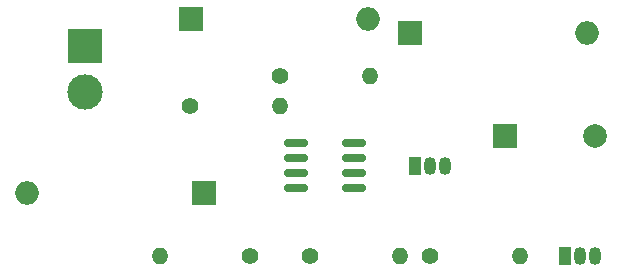
<source format=gbr>
%TF.GenerationSoftware,KiCad,Pcbnew,(6.0.4)*%
%TF.CreationDate,2022-06-15T15:41:16+05:30*%
%TF.ProjectId,subiksha batch,73756269-6b73-4686-9120-62617463682e,rev?*%
%TF.SameCoordinates,Original*%
%TF.FileFunction,Soldermask,Top*%
%TF.FilePolarity,Negative*%
%FSLAX46Y46*%
G04 Gerber Fmt 4.6, Leading zero omitted, Abs format (unit mm)*
G04 Created by KiCad (PCBNEW (6.0.4)) date 2022-06-15 15:41:16*
%MOMM*%
%LPD*%
G01*
G04 APERTURE LIST*
G04 Aperture macros list*
%AMRoundRect*
0 Rectangle with rounded corners*
0 $1 Rounding radius*
0 $2 $3 $4 $5 $6 $7 $8 $9 X,Y pos of 4 corners*
0 Add a 4 corners polygon primitive as box body*
4,1,4,$2,$3,$4,$5,$6,$7,$8,$9,$2,$3,0*
0 Add four circle primitives for the rounded corners*
1,1,$1+$1,$2,$3*
1,1,$1+$1,$4,$5*
1,1,$1+$1,$6,$7*
1,1,$1+$1,$8,$9*
0 Add four rect primitives between the rounded corners*
20,1,$1+$1,$2,$3,$4,$5,0*
20,1,$1+$1,$4,$5,$6,$7,0*
20,1,$1+$1,$6,$7,$8,$9,0*
20,1,$1+$1,$8,$9,$2,$3,0*%
G04 Aperture macros list end*
%ADD10R,1.050000X1.500000*%
%ADD11O,1.050000X1.500000*%
%ADD12C,1.400000*%
%ADD13O,1.400000X1.400000*%
%ADD14R,2.000000X2.000000*%
%ADD15C,2.000000*%
%ADD16R,3.000000X3.000000*%
%ADD17C,3.000000*%
%ADD18O,2.000000X2.000000*%
%ADD19RoundRect,0.150000X-0.825000X-0.150000X0.825000X-0.150000X0.825000X0.150000X-0.825000X0.150000X0*%
G04 APERTURE END LIST*
D10*
%TO.C,Q2*%
X170180000Y-101600000D03*
D11*
X171450000Y-101600000D03*
X172720000Y-101600000D03*
%TD*%
D12*
%TO.C,R3*%
X143510000Y-101600000D03*
D13*
X135890000Y-101600000D03*
%TD*%
D12*
%TO.C,R4*%
X138430000Y-88900000D03*
D13*
X146050000Y-88900000D03*
%TD*%
D14*
%TO.C,BZ1*%
X165100000Y-91440000D03*
D15*
X172700000Y-91440000D03*
%TD*%
D16*
%TO.C,J1*%
X129540000Y-83820000D03*
D17*
X129540000Y-87700000D03*
%TD*%
D12*
%TO.C,R2*%
X146050000Y-86360000D03*
D13*
X153670000Y-86360000D03*
%TD*%
D14*
%TO.C,C3*%
X139580000Y-96277500D03*
D18*
X124580000Y-96277500D03*
%TD*%
D12*
%TO.C,R1*%
X158750000Y-101600000D03*
D13*
X166370000Y-101600000D03*
%TD*%
D12*
%TO.C,R5*%
X148590000Y-101600000D03*
D13*
X156210000Y-101600000D03*
%TD*%
D10*
%TO.C,Q1*%
X157480000Y-93980000D03*
D11*
X158750000Y-93980000D03*
X160020000Y-93980000D03*
%TD*%
D19*
%TO.C,U1*%
X147385000Y-92075000D03*
X147385000Y-93345000D03*
X147385000Y-94615000D03*
X147385000Y-95885000D03*
X152335000Y-95885000D03*
X152335000Y-94615000D03*
X152335000Y-93345000D03*
X152335000Y-92075000D03*
%TD*%
D14*
%TO.C,C2*%
X157050000Y-82735000D03*
D18*
X172050000Y-82735000D03*
%TD*%
D14*
%TO.C,C1*%
X138500000Y-81522500D03*
D18*
X153500000Y-81522500D03*
%TD*%
M02*

</source>
